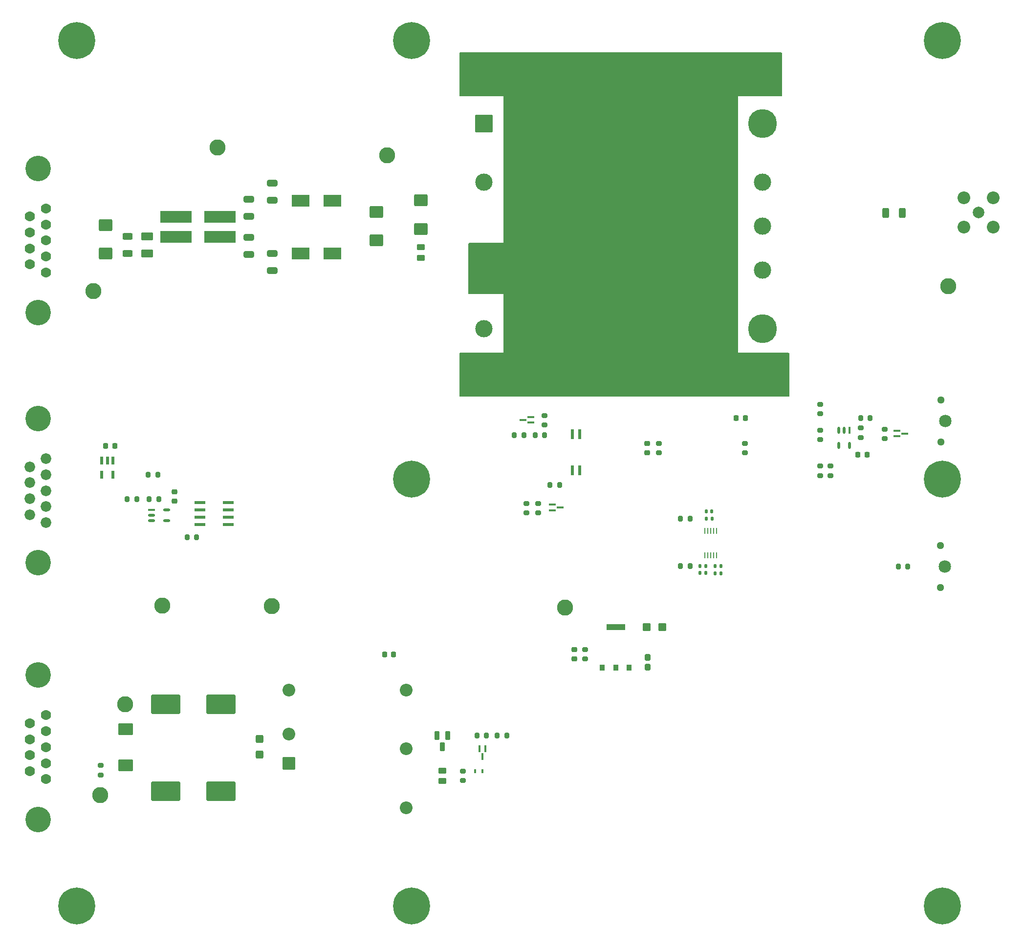
<source format=gbr>
%TF.GenerationSoftware,KiCad,Pcbnew,9.0.3*%
%TF.CreationDate,2025-09-16T14:49:37-04:00*%
%TF.ProjectId,9_TOF_PDU,395f544f-465f-4504-9455-2e6b69636164,rev?*%
%TF.SameCoordinates,Original*%
%TF.FileFunction,Soldermask,Top*%
%TF.FilePolarity,Negative*%
%FSLAX46Y46*%
G04 Gerber Fmt 4.6, Leading zero omitted, Abs format (unit mm)*
G04 Created by KiCad (PCBNEW 9.0.3) date 2025-09-16 14:49:37*
%MOMM*%
%LPD*%
G01*
G04 APERTURE LIST*
G04 Aperture macros list*
%AMRoundRect*
0 Rectangle with rounded corners*
0 $1 Rounding radius*
0 $2 $3 $4 $5 $6 $7 $8 $9 X,Y pos of 4 corners*
0 Add a 4 corners polygon primitive as box body*
4,1,4,$2,$3,$4,$5,$6,$7,$8,$9,$2,$3,0*
0 Add four circle primitives for the rounded corners*
1,1,$1+$1,$2,$3*
1,1,$1+$1,$4,$5*
1,1,$1+$1,$6,$7*
1,1,$1+$1,$8,$9*
0 Add four rect primitives between the rounded corners*
20,1,$1+$1,$2,$3,$4,$5,0*
20,1,$1+$1,$4,$5,$6,$7,0*
20,1,$1+$1,$6,$7,$8,$9,0*
20,1,$1+$1,$8,$9,$2,$3,0*%
G04 Aperture macros list end*
%ADD10RoundRect,0.225000X0.225000X0.250000X-0.225000X0.250000X-0.225000X-0.250000X0.225000X-0.250000X0*%
%ADD11RoundRect,0.200000X-0.200000X-0.275000X0.200000X-0.275000X0.200000X0.275000X-0.200000X0.275000X0*%
%ADD12C,6.400000*%
%ADD13RoundRect,0.225000X0.250000X-0.225000X0.250000X0.225000X-0.250000X0.225000X-0.250000X-0.225000X0*%
%ADD14C,2.800000*%
%ADD15RoundRect,0.250000X-0.450000X0.262500X-0.450000X-0.262500X0.450000X-0.262500X0.450000X0.262500X0*%
%ADD16RoundRect,0.200000X0.200000X0.275000X-0.200000X0.275000X-0.200000X-0.275000X0.200000X-0.275000X0*%
%ADD17RoundRect,0.250000X0.650000X-0.325000X0.650000X0.325000X-0.650000X0.325000X-0.650000X-0.325000X0*%
%ADD18RoundRect,0.200000X0.275000X-0.200000X0.275000X0.200000X-0.275000X0.200000X-0.275000X-0.200000X0*%
%ADD19RoundRect,0.140000X-0.140000X-0.170000X0.140000X-0.170000X0.140000X0.170000X-0.140000X0.170000X0*%
%ADD20R,1.161200X0.350800*%
%ADD21R,1.981200X0.558800*%
%ADD22RoundRect,0.250000X-0.450000X-0.425000X0.450000X-0.425000X0.450000X0.425000X-0.450000X0.425000X0*%
%ADD23RoundRect,0.250000X0.275000X-0.312500X0.275000X0.312500X-0.275000X0.312500X-0.275000X-0.312500X0*%
%ADD24R,0.558800X1.473200*%
%ADD25RoundRect,0.250000X0.425000X-0.450000X0.425000X0.450000X-0.425000X0.450000X-0.425000X-0.450000X0*%
%ADD26RoundRect,0.250000X0.450000X-0.262500X0.450000X0.262500X-0.450000X0.262500X-0.450000X-0.262500X0*%
%ADD27RoundRect,0.135000X-0.135000X-0.185000X0.135000X-0.185000X0.135000X0.185000X-0.135000X0.185000X0*%
%ADD28R,1.219200X0.457200*%
%ADD29O,1.219200X0.457200*%
%ADD30RoundRect,0.170000X2.330000X-1.530000X2.330000X1.530000X-2.330000X1.530000X-2.330000X-1.530000X0*%
%ADD31RoundRect,0.099250X-0.297750X0.632750X-0.297750X-0.632750X0.297750X-0.632750X0.297750X0.632750X0*%
%ADD32RoundRect,0.140000X0.140000X0.170000X-0.140000X0.170000X-0.140000X-0.170000X0.140000X-0.170000X0*%
%ADD33C,1.295400*%
%ADD34C,2.159000*%
%ADD35RoundRect,0.250000X-0.625000X0.312500X-0.625000X-0.312500X0.625000X-0.312500X0.625000X0.312500X0*%
%ADD36C,1.764000*%
%ADD37C,4.420000*%
%ADD38RoundRect,0.250000X0.312500X0.625000X-0.312500X0.625000X-0.312500X-0.625000X0.312500X-0.625000X0*%
%ADD39RoundRect,0.250000X-0.925000X0.787500X-0.925000X-0.787500X0.925000X-0.787500X0.925000X0.787500X0*%
%ADD40RoundRect,0.250000X-0.650000X0.325000X-0.650000X-0.325000X0.650000X-0.325000X0.650000X0.325000X0*%
%ADD41RoundRect,0.200000X-0.275000X0.200000X-0.275000X-0.200000X0.275000X-0.200000X0.275000X0.200000X0*%
%ADD42C,1.839000*%
%ADD43RoundRect,0.020000X-2.680000X0.980000X-2.680000X-0.980000X2.680000X-0.980000X2.680000X0.980000X0*%
%ADD44R,5.400000X2.000000*%
%ADD45RoundRect,0.020000X-1.480000X0.980000X-1.480000X-0.980000X1.480000X-0.980000X1.480000X0.980000X0*%
%ADD46R,0.889000X1.016000*%
%ADD47R,3.200000X1.000000*%
%ADD48R,0.228600X1.117600*%
%ADD49RoundRect,0.250000X1.025000X-0.787500X1.025000X0.787500X-1.025000X0.787500X-1.025000X-0.787500X0*%
%ADD50C,2.006600*%
%ADD51C,2.209800*%
%ADD52R,0.558800X1.651000*%
%ADD53RoundRect,0.225000X-0.250000X0.225000X-0.250000X-0.225000X0.250000X-0.225000X0.250000X0.225000X0*%
%ADD54C,3.500000*%
%ADD55RoundRect,0.102000X-1.400000X-1.400000X1.400000X-1.400000X1.400000X1.400000X-1.400000X1.400000X0*%
%ADD56C,3.004000*%
%ADD57C,5.004000*%
%ADD58RoundRect,0.102000X0.900000X-0.585000X0.900000X0.585000X-0.900000X0.585000X-0.900000X-0.585000X0*%
%ADD59R,0.350800X1.161200*%
%ADD60R,0.444500X0.711200*%
%ADD61R,0.457200X1.219200*%
%ADD62O,0.457200X1.219200*%
%ADD63RoundRect,0.250000X0.925000X-0.787500X0.925000X0.787500X-0.925000X0.787500X-0.925000X-0.787500X0*%
%ADD64RoundRect,0.102000X1.000000X-1.000000X1.000000X1.000000X-1.000000X1.000000X-1.000000X-1.000000X0*%
%ADD65C,2.204000*%
G04 APERTURE END LIST*
D10*
%TO.C,C33*%
X264913000Y-135753500D03*
X263363000Y-135753500D03*
%TD*%
D11*
%TO.C,R7*%
X207413000Y-132418500D03*
X209063000Y-132418500D03*
%TD*%
D12*
%TO.C,H1*%
X128000000Y-64000000D03*
%TD*%
D13*
%TO.C,C34*%
X226822000Y-135395000D03*
X226822000Y-133845000D03*
%TD*%
D14*
%TO.C,+3.3V1*%
X212598000Y-162306000D03*
%TD*%
D12*
%TO.C,H3*%
X186000000Y-64000000D03*
%TD*%
%TO.C,H2*%
X186000000Y-214000000D03*
%TD*%
D15*
%TO.C,R6*%
X187638000Y-99793500D03*
X187638000Y-101618500D03*
%TD*%
D16*
%TO.C,R32*%
X265473001Y-129453500D03*
X263823001Y-129453500D03*
%TD*%
D17*
%TO.C,CY2*%
X157848000Y-94443500D03*
X157848000Y-91493500D03*
%TD*%
D18*
%TO.C,R35*%
X228854000Y-135445000D03*
X228854000Y-133795000D03*
%TD*%
D19*
%TO.C,C32*%
X237093100Y-145598500D03*
X238053100Y-145598500D03*
%TD*%
D20*
%TO.C,M4*%
X270113000Y-131588501D03*
X270113000Y-132588499D03*
X271463000Y-132088500D03*
%TD*%
D14*
%TO.C,+12V_{RTN}1*%
X152400000Y-82550000D03*
%TD*%
D10*
%TO.C,C17*%
X182913000Y-170418500D03*
X181363000Y-170418500D03*
%TD*%
D12*
%TO.C,H6*%
X186000000Y-140000000D03*
%TD*%
D21*
%TO.C,U4*%
X149354200Y-144063500D03*
X149354200Y-145333500D03*
X149354200Y-146603500D03*
X149354200Y-147873500D03*
X154281800Y-147873500D03*
X154281800Y-146603500D03*
X154281800Y-145333500D03*
X154281800Y-144063500D03*
%TD*%
D22*
%TO.C,C25*%
X226729000Y-165658500D03*
X229429000Y-165658500D03*
%TD*%
D23*
%TO.C,C22*%
X226878000Y-172636000D03*
X226878000Y-170861000D03*
%TD*%
D24*
%TO.C,U6*%
X134288001Y-136824700D03*
X133338000Y-136824700D03*
X132387999Y-136824700D03*
X132387999Y-139212300D03*
X134288001Y-139212300D03*
%TD*%
D12*
%TO.C,H4*%
X278000000Y-214000000D03*
%TD*%
D25*
%TO.C,C13*%
X159708000Y-187723500D03*
X159708000Y-185023500D03*
%TD*%
D19*
%TO.C,C28*%
X236013100Y-156288500D03*
X236973100Y-156288500D03*
%TD*%
D26*
%TO.C,R14*%
X191338000Y-192331000D03*
X191338000Y-190506000D03*
%TD*%
D27*
%TO.C,R26*%
X237083100Y-146838500D03*
X238103100Y-146838500D03*
%TD*%
D28*
%TO.C,U3*%
X140968000Y-145298498D03*
D29*
X140968000Y-146248499D03*
X140968000Y-147198500D03*
X143588000Y-147198500D03*
X143588000Y-145298498D03*
%TD*%
D30*
%TO.C,L4*%
X143408000Y-194124500D03*
X153008000Y-194124500D03*
%TD*%
D11*
%TO.C,R20*%
X140413000Y-139218500D03*
X142063000Y-139218500D03*
%TD*%
D31*
%TO.C,D1*%
X192288000Y-184438500D03*
X190388000Y-184438500D03*
X191338000Y-186398500D03*
%TD*%
D32*
%TO.C,C31*%
X239583100Y-155058500D03*
X238623100Y-155058500D03*
%TD*%
D14*
%TO.C,V_TELEM_{RTN}1*%
X136398000Y-179070000D03*
%TD*%
D33*
%TO.C,P1*%
X277610000Y-151490000D03*
X277610000Y-158810000D03*
D34*
X278370000Y-155160000D03*
%TD*%
D14*
%TO.C,V_{EN}1*%
X181780000Y-83870000D03*
%TD*%
%TO.C,V_TELEM_IN1*%
X132080000Y-194818000D03*
%TD*%
D11*
%TO.C,R11*%
X197360000Y-184430000D03*
X199010000Y-184430000D03*
%TD*%
D16*
%TO.C,R17*%
X138403000Y-143468499D03*
X136753000Y-143468499D03*
%TD*%
D35*
%TO.C,R2*%
X136838000Y-97956000D03*
X136838000Y-100881000D03*
%TD*%
D18*
%TO.C,R30*%
X256808000Y-133158500D03*
X256808000Y-131508500D03*
%TD*%
D36*
%TO.C,J2*%
X122720000Y-180933500D03*
X122720000Y-183703500D03*
X122720000Y-186473500D03*
X122720000Y-189243500D03*
X122720000Y-192013500D03*
X119880000Y-182318500D03*
X119880000Y-185088500D03*
X119880000Y-187858500D03*
X119880000Y-190628500D03*
D37*
X121300000Y-173973500D03*
X121300000Y-198973500D03*
%TD*%
D38*
%TO.C,R19*%
X271055500Y-93818500D03*
X268130500Y-93818500D03*
%TD*%
D39*
%TO.C,C3*%
X187645500Y-91688500D03*
X187645500Y-96613500D03*
%TD*%
D16*
%TO.C,R10*%
X202510000Y-184430000D03*
X200860000Y-184430000D03*
%TD*%
D12*
%TO.C,H7*%
X128000000Y-214000000D03*
%TD*%
D27*
%TO.C,R24*%
X235983100Y-155088500D03*
X237003100Y-155088500D03*
%TD*%
D18*
%TO.C,F2*%
X132208000Y-191298500D03*
X132208000Y-189648500D03*
%TD*%
D40*
%TO.C,CY3*%
X161912000Y-100891500D03*
X161912000Y-103841500D03*
%TD*%
D41*
%TO.C,R4*%
X207938000Y-144193499D03*
X207938000Y-145843499D03*
%TD*%
D18*
%TO.C,R21*%
X258620000Y-139395000D03*
X258620000Y-137745000D03*
%TD*%
D42*
%TO.C,J3*%
X122720000Y-147540000D03*
X122720000Y-144770000D03*
X122720000Y-142000000D03*
X122720000Y-139230000D03*
X122720000Y-136460000D03*
X119880000Y-146155000D03*
X119880000Y-143385000D03*
X119880000Y-140615000D03*
X119880000Y-137845000D03*
D37*
X121300000Y-129500000D03*
X121300000Y-154500000D03*
%TD*%
D16*
%TO.C,R16*%
X148803000Y-150048500D03*
X147153000Y-150048500D03*
%TD*%
D43*
%TO.C,L1*%
X152828000Y-98020500D03*
X152828000Y-94520500D03*
X145208000Y-94520500D03*
D44*
X145208000Y-98020500D03*
%TD*%
D11*
%TO.C,R5*%
X210013000Y-141018500D03*
X211663000Y-141018500D03*
%TD*%
D45*
%TO.C,L3*%
X166826000Y-100842500D03*
X172326000Y-100842500D03*
%TD*%
D14*
%TO.C,SEC_{RTN}1*%
X279010000Y-106580000D03*
%TD*%
D39*
%TO.C,C2*%
X179946000Y-93657500D03*
X179946000Y-98582500D03*
%TD*%
D41*
%TO.C,R12*%
X194938000Y-190593500D03*
X194938000Y-192243500D03*
%TD*%
D10*
%TO.C,C24*%
X134613000Y-134218500D03*
X133063000Y-134218500D03*
%TD*%
D17*
%TO.C,CY1*%
X161912000Y-91649500D03*
X161912000Y-88699500D03*
%TD*%
D46*
%TO.C,U5*%
X219066600Y-172641000D03*
X221378000Y-172641000D03*
X223689400Y-172641000D03*
D47*
X221378000Y-165648500D03*
%TD*%
D10*
%TO.C,C8*%
X243813000Y-129418500D03*
X242263000Y-129418500D03*
%TD*%
D14*
%TO.C,V_TELEM_{5V}1*%
X142850000Y-161930000D03*
%TD*%
D18*
%TO.C,R18*%
X216078000Y-171173500D03*
X216078000Y-169523500D03*
%TD*%
D16*
%TO.C,R34*%
X271975000Y-155119799D03*
X270325000Y-155119799D03*
%TD*%
D41*
%TO.C,R33*%
X267978000Y-131333500D03*
X267978000Y-132983500D03*
%TD*%
D48*
%TO.C,U8*%
X236837999Y-153179400D03*
X237338001Y-153179400D03*
X237838000Y-153179400D03*
X238337999Y-153179400D03*
X238838001Y-153179400D03*
X238838001Y-148937600D03*
X238337999Y-148937600D03*
X237838000Y-148937600D03*
X237338001Y-148937600D03*
X236837999Y-148937600D03*
%TD*%
D13*
%TO.C,C23*%
X214178000Y-171123500D03*
X214178000Y-169573500D03*
%TD*%
D45*
%TO.C,L2*%
X166826000Y-91698500D03*
X172326000Y-91698500D03*
%TD*%
D36*
%TO.C,J1*%
X122720000Y-93078500D03*
X122720000Y-95848500D03*
X122720000Y-98618500D03*
X122720000Y-101388500D03*
X122720000Y-104158500D03*
X119880000Y-94463500D03*
X119880000Y-97233500D03*
X119880000Y-100003500D03*
X119880000Y-102773500D03*
D37*
X121300000Y-86118500D03*
X121300000Y-111118500D03*
%TD*%
D41*
%TO.C,R22*%
X256800000Y-137755000D03*
X256800000Y-139405000D03*
%TD*%
D18*
%TO.C,R9*%
X209038000Y-130643500D03*
X209038000Y-128993500D03*
%TD*%
D11*
%TO.C,R27*%
X232608100Y-155088500D03*
X234258100Y-155088500D03*
%TD*%
D49*
%TO.C,C12*%
X136508000Y-189586000D03*
X136508000Y-183361000D03*
%TD*%
D11*
%TO.C,R28*%
X232628100Y-146838500D03*
X234278100Y-146838500D03*
%TD*%
D30*
%TO.C,L5*%
X143408000Y-179024500D03*
X153008000Y-179024500D03*
%TD*%
D50*
%TO.C,P_OUT1*%
X284238000Y-93748500D03*
D51*
X286778000Y-91208500D03*
X281698000Y-91208500D03*
X281698000Y-96288500D03*
X286778000Y-96288500D03*
%TD*%
D14*
%TO.C,+12V1*%
X130940000Y-107370000D03*
%TD*%
D33*
%TO.C,P2*%
X277740000Y-126280201D03*
X277740000Y-133600201D03*
D34*
X278500000Y-129950201D03*
%TD*%
D52*
%TO.C,Q1*%
X213903000Y-138442700D03*
X215173000Y-138442700D03*
X215173000Y-132194300D03*
X213903000Y-132194300D03*
%TD*%
D53*
%TO.C,C21*%
X144978000Y-142233500D03*
X144978000Y-143783500D03*
%TD*%
D20*
%TO.C,M1*%
X210438000Y-144418500D03*
X210438000Y-145418498D03*
X211788000Y-144918499D03*
%TD*%
D12*
%TO.C,H8*%
X278000000Y-140000000D03*
%TD*%
D16*
%TO.C,R8*%
X205463000Y-132418500D03*
X203813000Y-132418500D03*
%TD*%
D20*
%TO.C,M2*%
X206713000Y-130218499D03*
X206713000Y-129218501D03*
X205363000Y-129718500D03*
%TD*%
D12*
%TO.C,H5*%
X278000000Y-64000000D03*
%TD*%
D54*
%TO.C,U1*%
X198572500Y-70720000D03*
X198572500Y-121520000D03*
X246822500Y-70720000D03*
X246822500Y-121520000D03*
D55*
X198572500Y-78340000D03*
D56*
X198572500Y-88500000D03*
X198572500Y-103740000D03*
X198572500Y-113900000D03*
D57*
X246822500Y-113900000D03*
D56*
X246822500Y-103740000D03*
X246822500Y-96120000D03*
X246822500Y-88500000D03*
D57*
X246822500Y-78340000D03*
%TD*%
D58*
%TO.C,F1*%
X140238000Y-100888500D03*
X140238000Y-97948500D03*
%TD*%
D59*
%TO.C,M3*%
X198784999Y-186755000D03*
X197785001Y-186755000D03*
X198285000Y-188105000D03*
%TD*%
D60*
%TO.C,LED1*%
X198266650Y-190618500D03*
X197009350Y-190618500D03*
%TD*%
D40*
%TO.C,CY4*%
X157848000Y-98097500D03*
X157848000Y-101047500D03*
%TD*%
D18*
%TO.C,R1*%
X243780000Y-135445000D03*
X243780000Y-133795000D03*
%TD*%
D32*
%TO.C,C30*%
X239583100Y-156358500D03*
X238623100Y-156358500D03*
%TD*%
D16*
%TO.C,R15*%
X142223000Y-143468499D03*
X140573000Y-143468499D03*
%TD*%
D18*
%TO.C,R29*%
X256788000Y-128658500D03*
X256788000Y-127008500D03*
%TD*%
D61*
%TO.C,U9*%
X261888001Y-131513500D03*
D62*
X260938000Y-131513500D03*
X259987999Y-131513500D03*
X259987999Y-134133500D03*
X261888001Y-134133500D03*
%TD*%
D63*
%TO.C,C1*%
X133028000Y-100881000D03*
X133028000Y-95956000D03*
%TD*%
D41*
%TO.C,R31*%
X263828000Y-131138500D03*
X263828000Y-132788500D03*
%TD*%
D18*
%TO.C,R3*%
X205938000Y-145843499D03*
X205938000Y-144193499D03*
%TD*%
D14*
%TO.C,TELEM_{RTN}1*%
X161798000Y-162052000D03*
%TD*%
D64*
%TO.C,U2*%
X164755500Y-189273500D03*
D65*
X164755500Y-184173500D03*
X185055500Y-196973500D03*
X185055500Y-186773500D03*
X185055500Y-176573500D03*
X164755500Y-176573500D03*
%TD*%
G36*
X250133039Y-66059685D02*
G01*
X250178794Y-66112489D01*
X250190000Y-66164000D01*
X250190000Y-73536000D01*
X250170315Y-73603039D01*
X250117511Y-73648794D01*
X250066000Y-73660000D01*
X242570000Y-73660000D01*
X242570000Y-118110000D01*
X251336000Y-118110000D01*
X251403039Y-118129685D01*
X251448794Y-118182489D01*
X251460000Y-118234000D01*
X251460000Y-125606000D01*
X251440315Y-125673039D01*
X251387511Y-125718794D01*
X251336000Y-125730000D01*
X194434000Y-125730000D01*
X194366961Y-125710315D01*
X194321206Y-125657511D01*
X194310000Y-125606000D01*
X194310000Y-118234000D01*
X194329685Y-118166961D01*
X194382489Y-118121206D01*
X194434000Y-118110000D01*
X201930000Y-118110000D01*
X201930000Y-107950000D01*
X196008800Y-107950000D01*
X195941761Y-107930315D01*
X195896006Y-107877511D01*
X195884800Y-107826000D01*
X195884800Y-99184000D01*
X195904485Y-99116961D01*
X195957289Y-99071206D01*
X196008800Y-99060000D01*
X201930000Y-99060000D01*
X201930000Y-73660000D01*
X194434000Y-73660000D01*
X194366961Y-73640315D01*
X194321206Y-73587511D01*
X194310000Y-73536000D01*
X194310000Y-66164000D01*
X194329685Y-66096961D01*
X194382489Y-66051206D01*
X194434000Y-66040000D01*
X250066000Y-66040000D01*
X250133039Y-66059685D01*
G37*
M02*

</source>
